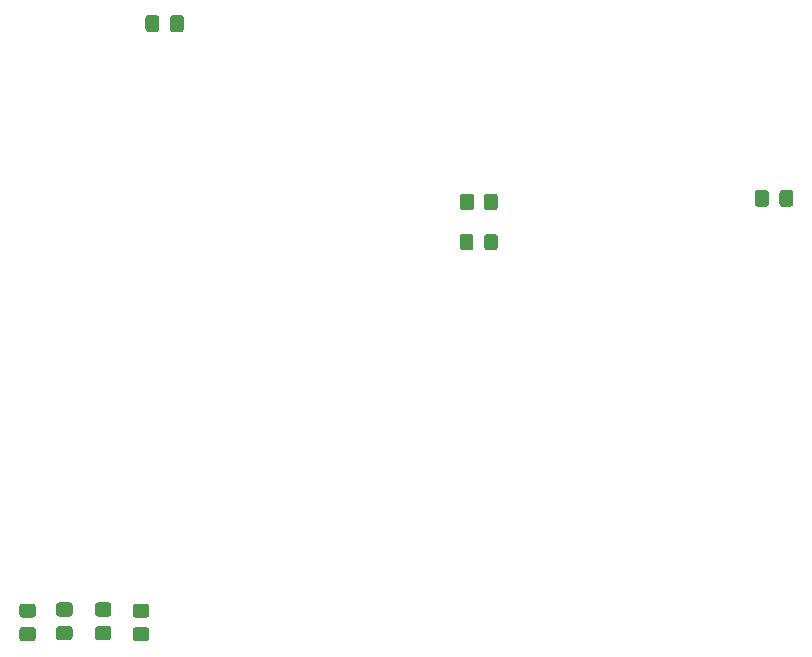
<source format=gtp>
G04 #@! TF.GenerationSoftware,KiCad,Pcbnew,(5.1.9)-1*
G04 #@! TF.CreationDate,2022-01-17T22:51:17-05:00*
G04 #@! TF.ProjectId,output-led,6f757470-7574-42d6-9c65-642e6b696361,1.1*
G04 #@! TF.SameCoordinates,Original*
G04 #@! TF.FileFunction,Paste,Top*
G04 #@! TF.FilePolarity,Positive*
%FSLAX46Y46*%
G04 Gerber Fmt 4.6, Leading zero omitted, Abs format (unit mm)*
G04 Created by KiCad (PCBNEW (5.1.9)-1) date 2022-01-17 22:51:17*
%MOMM*%
%LPD*%
G01*
G04 APERTURE LIST*
G04 APERTURE END LIST*
G36*
G01*
X104450001Y-108100000D02*
X103549999Y-108100000D01*
G75*
G02*
X103300000Y-107850001I0J249999D01*
G01*
X103300000Y-107149999D01*
G75*
G02*
X103549999Y-106900000I249999J0D01*
G01*
X104450001Y-106900000D01*
G75*
G02*
X104700000Y-107149999I0J-249999D01*
G01*
X104700000Y-107850001D01*
G75*
G02*
X104450001Y-108100000I-249999J0D01*
G01*
G37*
G36*
G01*
X104450001Y-110100000D02*
X103549999Y-110100000D01*
G75*
G02*
X103300000Y-109850001I0J249999D01*
G01*
X103300000Y-109149999D01*
G75*
G02*
X103549999Y-108900000I249999J0D01*
G01*
X104450001Y-108900000D01*
G75*
G02*
X104700000Y-109149999I0J-249999D01*
G01*
X104700000Y-109850001D01*
G75*
G02*
X104450001Y-110100000I-249999J0D01*
G01*
G37*
G36*
G01*
X107550001Y-108000000D02*
X106649999Y-108000000D01*
G75*
G02*
X106400000Y-107750001I0J249999D01*
G01*
X106400000Y-107049999D01*
G75*
G02*
X106649999Y-106800000I249999J0D01*
G01*
X107550001Y-106800000D01*
G75*
G02*
X107800000Y-107049999I0J-249999D01*
G01*
X107800000Y-107750001D01*
G75*
G02*
X107550001Y-108000000I-249999J0D01*
G01*
G37*
G36*
G01*
X107550001Y-110000000D02*
X106649999Y-110000000D01*
G75*
G02*
X106400000Y-109750001I0J249999D01*
G01*
X106400000Y-109049999D01*
G75*
G02*
X106649999Y-108800000I249999J0D01*
G01*
X107550001Y-108800000D01*
G75*
G02*
X107800000Y-109049999I0J-249999D01*
G01*
X107800000Y-109750001D01*
G75*
G02*
X107550001Y-110000000I-249999J0D01*
G01*
G37*
G36*
G01*
X110850001Y-108000000D02*
X109949999Y-108000000D01*
G75*
G02*
X109700000Y-107750001I0J249999D01*
G01*
X109700000Y-107049999D01*
G75*
G02*
X109949999Y-106800000I249999J0D01*
G01*
X110850001Y-106800000D01*
G75*
G02*
X111100000Y-107049999I0J-249999D01*
G01*
X111100000Y-107750001D01*
G75*
G02*
X110850001Y-108000000I-249999J0D01*
G01*
G37*
G36*
G01*
X110850001Y-110000000D02*
X109949999Y-110000000D01*
G75*
G02*
X109700000Y-109750001I0J249999D01*
G01*
X109700000Y-109049999D01*
G75*
G02*
X109949999Y-108800000I249999J0D01*
G01*
X110850001Y-108800000D01*
G75*
G02*
X111100000Y-109049999I0J-249999D01*
G01*
X111100000Y-109750001D01*
G75*
G02*
X110850001Y-110000000I-249999J0D01*
G01*
G37*
G36*
G01*
X114050001Y-108100000D02*
X113149999Y-108100000D01*
G75*
G02*
X112900000Y-107850001I0J249999D01*
G01*
X112900000Y-107149999D01*
G75*
G02*
X113149999Y-106900000I249999J0D01*
G01*
X114050001Y-106900000D01*
G75*
G02*
X114300000Y-107149999I0J-249999D01*
G01*
X114300000Y-107850001D01*
G75*
G02*
X114050001Y-108100000I-249999J0D01*
G01*
G37*
G36*
G01*
X114050001Y-110100000D02*
X113149999Y-110100000D01*
G75*
G02*
X112900000Y-109850001I0J249999D01*
G01*
X112900000Y-109149999D01*
G75*
G02*
X113149999Y-108900000I249999J0D01*
G01*
X114050001Y-108900000D01*
G75*
G02*
X114300000Y-109149999I0J-249999D01*
G01*
X114300000Y-109850001D01*
G75*
G02*
X114050001Y-110100000I-249999J0D01*
G01*
G37*
G36*
G01*
X141800000Y-72449999D02*
X141800000Y-73350001D01*
G75*
G02*
X141550001Y-73600000I-249999J0D01*
G01*
X140849999Y-73600000D01*
G75*
G02*
X140600000Y-73350001I0J249999D01*
G01*
X140600000Y-72449999D01*
G75*
G02*
X140849999Y-72200000I249999J0D01*
G01*
X141550001Y-72200000D01*
G75*
G02*
X141800000Y-72449999I0J-249999D01*
G01*
G37*
G36*
G01*
X143800000Y-72449999D02*
X143800000Y-73350001D01*
G75*
G02*
X143550001Y-73600000I-249999J0D01*
G01*
X142849999Y-73600000D01*
G75*
G02*
X142600000Y-73350001I0J249999D01*
G01*
X142600000Y-72449999D01*
G75*
G02*
X142849999Y-72200000I249999J0D01*
G01*
X143550001Y-72200000D01*
G75*
G02*
X143800000Y-72449999I0J-249999D01*
G01*
G37*
G36*
G01*
X142650000Y-76750001D02*
X142650000Y-75849999D01*
G75*
G02*
X142899999Y-75600000I249999J0D01*
G01*
X143550001Y-75600000D01*
G75*
G02*
X143800000Y-75849999I0J-249999D01*
G01*
X143800000Y-76750001D01*
G75*
G02*
X143550001Y-77000000I-249999J0D01*
G01*
X142899999Y-77000000D01*
G75*
G02*
X142650000Y-76750001I0J249999D01*
G01*
G37*
G36*
G01*
X140600000Y-76750001D02*
X140600000Y-75849999D01*
G75*
G02*
X140849999Y-75600000I249999J0D01*
G01*
X141500001Y-75600000D01*
G75*
G02*
X141750000Y-75849999I0J-249999D01*
G01*
X141750000Y-76750001D01*
G75*
G02*
X141500001Y-77000000I-249999J0D01*
G01*
X140849999Y-77000000D01*
G75*
G02*
X140600000Y-76750001I0J249999D01*
G01*
G37*
G36*
G01*
X167650000Y-73075000D02*
X167650000Y-72125000D01*
G75*
G02*
X167900000Y-71875000I250000J0D01*
G01*
X168575000Y-71875000D01*
G75*
G02*
X168825000Y-72125000I0J-250000D01*
G01*
X168825000Y-73075000D01*
G75*
G02*
X168575000Y-73325000I-250000J0D01*
G01*
X167900000Y-73325000D01*
G75*
G02*
X167650000Y-73075000I0J250000D01*
G01*
G37*
G36*
G01*
X165575000Y-73075000D02*
X165575000Y-72125000D01*
G75*
G02*
X165825000Y-71875000I250000J0D01*
G01*
X166500000Y-71875000D01*
G75*
G02*
X166750000Y-72125000I0J-250000D01*
G01*
X166750000Y-73075000D01*
G75*
G02*
X166500000Y-73325000I-250000J0D01*
G01*
X165825000Y-73325000D01*
G75*
G02*
X165575000Y-73075000I0J250000D01*
G01*
G37*
G36*
G01*
X116050000Y-58275000D02*
X116050000Y-57325000D01*
G75*
G02*
X116300000Y-57075000I250000J0D01*
G01*
X116975000Y-57075000D01*
G75*
G02*
X117225000Y-57325000I0J-250000D01*
G01*
X117225000Y-58275000D01*
G75*
G02*
X116975000Y-58525000I-250000J0D01*
G01*
X116300000Y-58525000D01*
G75*
G02*
X116050000Y-58275000I0J250000D01*
G01*
G37*
G36*
G01*
X113975000Y-58275000D02*
X113975000Y-57325000D01*
G75*
G02*
X114225000Y-57075000I250000J0D01*
G01*
X114900000Y-57075000D01*
G75*
G02*
X115150000Y-57325000I0J-250000D01*
G01*
X115150000Y-58275000D01*
G75*
G02*
X114900000Y-58525000I-250000J0D01*
G01*
X114225000Y-58525000D01*
G75*
G02*
X113975000Y-58275000I0J250000D01*
G01*
G37*
M02*

</source>
